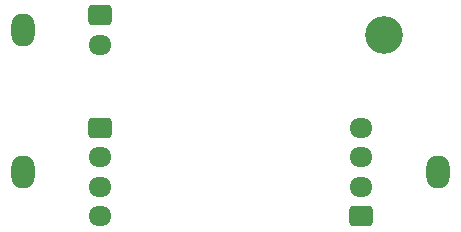
<source format=gbr>
%TF.GenerationSoftware,KiCad,Pcbnew,8.0.3*%
%TF.CreationDate,2024-06-27T16:33:06+09:00*%
%TF.ProjectId,UART-RS485 Read only,55415254-2d52-4533-9438-352052656164,rev?*%
%TF.SameCoordinates,Original*%
%TF.FileFunction,Soldermask,Bot*%
%TF.FilePolarity,Negative*%
%FSLAX46Y46*%
G04 Gerber Fmt 4.6, Leading zero omitted, Abs format (unit mm)*
G04 Created by KiCad (PCBNEW 8.0.3) date 2024-06-27 16:33:06*
%MOMM*%
%LPD*%
G01*
G04 APERTURE LIST*
G04 Aperture macros list*
%AMRoundRect*
0 Rectangle with rounded corners*
0 $1 Rounding radius*
0 $2 $3 $4 $5 $6 $7 $8 $9 X,Y pos of 4 corners*
0 Add a 4 corners polygon primitive as box body*
4,1,4,$2,$3,$4,$5,$6,$7,$8,$9,$2,$3,0*
0 Add four circle primitives for the rounded corners*
1,1,$1+$1,$2,$3*
1,1,$1+$1,$4,$5*
1,1,$1+$1,$6,$7*
1,1,$1+$1,$8,$9*
0 Add four rect primitives between the rounded corners*
20,1,$1+$1,$2,$3,$4,$5,0*
20,1,$1+$1,$4,$5,$6,$7,0*
20,1,$1+$1,$6,$7,$8,$9,0*
20,1,$1+$1,$8,$9,$2,$3,0*%
G04 Aperture macros list end*
%ADD10O,2.000000X2.800000*%
%ADD11RoundRect,0.250000X-0.725000X0.600000X-0.725000X-0.600000X0.725000X-0.600000X0.725000X0.600000X0*%
%ADD12O,1.950000X1.700000*%
%ADD13RoundRect,0.250000X0.725000X-0.600000X0.725000X0.600000X-0.725000X0.600000X-0.725000X-0.600000X0*%
%ADD14C,3.200000*%
G04 APERTURE END LIST*
D10*
%TO.C,J1*%
X141410000Y-93450000D03*
D11*
X147910000Y-92200000D03*
D12*
X147910000Y-94700000D03*
%TD*%
D10*
%TO.C,J3*%
X176570000Y-105490000D03*
D13*
X170070000Y-109240000D03*
D12*
X170070000Y-106740000D03*
X170070000Y-104240000D03*
X170070000Y-101740000D03*
%TD*%
D10*
%TO.C,J2*%
X141410000Y-105480000D03*
D11*
X147910000Y-101730000D03*
D12*
X147910000Y-104230000D03*
X147910000Y-106730000D03*
X147910000Y-109230000D03*
%TD*%
D14*
%TO.C,H1*%
X172030000Y-93910000D03*
%TD*%
M02*

</source>
